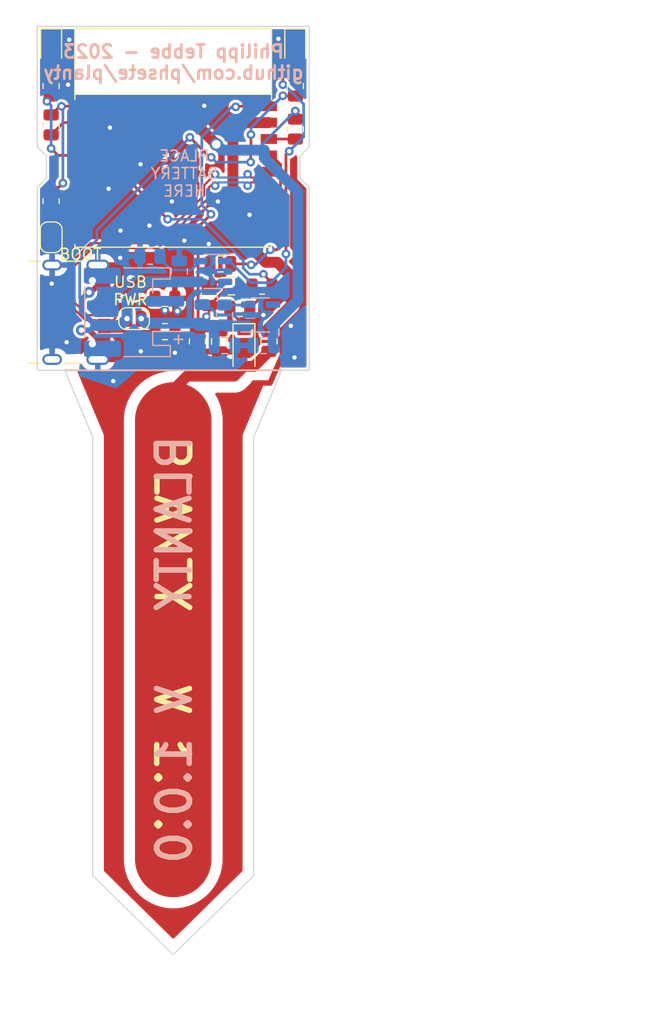
<source format=kicad_pcb>
(kicad_pcb (version 20211014) (generator pcbnew)
  (layers (0 "F.Cu" signal) (31 "B.Cu" signal) (34 "B.Paste" user) (35 "F.Paste" user) (36 "B.SilkS" user "B.Silkscreen") (37 "F.SilkS" user "F.Silkscreen") (38 "B.Mask" user) (39 "F.Mask" user) (44 "Edge.Cuts" user))
  (net 0 "")
  (net 1 "GND")
  (net 2 "+BATT")
  (net 3 "+3V3")
  (net 4 "VBUS")
  (net 5 "/OUT")
  (net 6 "/ADC_EN")
  (net 7 "Net-(C13-Pad2)")
  (net 8 "Net-(D1-Pad1)")
  (net 9 "Net-(D1-Pad2)")
  (net 10 "Net-(D2-Pad2)")
  (net 11 "Net-(J1-PadA5)")
  (net 12 "/D+")
  (net 13 "/D-")
  (net 15 "Net-(J1-PadB5)")
  (net 17 "Net-(JP2-Pad1)")
  (net 18 "Net-(Q1-Pad3)")
  (net 19 "Net-(R3-Pad2)")
  (net 20 "Net-(R4-Pad2)")
  (net 21 "Net-(R8-Pad2)")
  (net 22 "/PULSE")
  (net 23 "/ADC")
  (net 26 "Net-(D3-Pad2)")
  (net 27 "Net-(R14-Pad1)")
  (net 28 "Net-(R6-Pad2)")
  (net 29 "Net-(R7-Pad2)")
  (footprint "Resistor_SMD:R_0805_2012Metric" (layer "F.Cu") (at 114.3 30.226 -90)
    (fp_text reference "R7" hide)
    (fp_text value "10k")
    (pad "1" smd roundrect (at -0.9125 0 270) (size 1.025 1.4) (layers "F.Cu" "F.Paste" "F.Mask") (roundrect_rratio 0.243902439) (net 3 "+3V3"))
    (pad "2" smd roundrect (at 0.9125 0 270) (size 1.025 1.4) (layers "F.Cu" "F.Paste" "F.Mask") (roundrect_rratio 0.243902439) (net 29 "Net-(R7-Pad2)"))
  )
  (footprint "Resistor_SMD:R_0805_2012Metric" (layer "F.Cu") (at 91.948 36.83 -90)
    (fp_text reference "R6" hide)
    (fp_text value "10k")
    (pad "1" smd roundrect (at -0.9125 0 270) (size 1.025 1.4) (layers "F.Cu" "F.Paste" "F.Mask") (roundrect_rratio 0.243902439) (net 3 "+3V3"))
    (pad "2" smd roundrect (at 0.9125 0 270) (size 1.025 1.4) (layers "F.Cu" "F.Paste" "F.Mask") (roundrect_rratio 0.243902439) (net 28 "Net-(R6-Pad2)"))
  )
  (footprint "Resistor_SMD:R_0805_2012Metric" (layer "F.Cu") (at 105.338572 49.658 90)
    (fp_text reference "R13" hide)
    (fp_text value "1M")
    (pad "1" smd roundrect (at -0.9125 0 90) (size 1.025 1.4) (layers "F.Cu" "F.Paste" "F.Mask") (roundrect_rratio 0.243902439) (net 1 "GND"))
    (pad "2" smd roundrect (at 0.9125 0 90) (size 1.025 1.4) (layers "F.Cu" "F.Paste" "F.Mask") (roundrect_rratio 0.243902439) (net 5 "/OUT"))
  )
  (footprint "LED_SMD:LED_0805_2012Metric" (layer "F.Cu") (at 114.299 22.733 -90)
    (fp_text reference "D1" hide)
    (fp_text value "LED")
    (pad "1" smd roundrect (at -0.9375 0 270) (size 0.975 1.4) (layers "F.Cu" "F.Paste" "F.Mask") (net 8 "Net-(D1-Pad1)"))
    (pad "2" smd roundrect (at 0.9375 0 270) (size 0.975 1.4) (layers "F.Cu" "F.Paste" "F.Mask") (net 9 "Net-(D1-Pad2)"))
  )
  (footprint "Diode_SMD:D_SOD-123" (layer "F.Cu") (at 109.601 50.292 -90)
    (fp_text reference "D2" hide)
    (fp_text value "1N4148W")
    (pad "1" smd rect (at -1.65 0 270) (size 0.9 1.2) (layers "F.Cu" "F.Paste" "F.Mask") (net 5 "/OUT"))
    (pad "2" smd rect (at 1.65 0 270) (size 0.9 1.2) (layers "F.Cu" "F.Paste" "F.Mask") (net 10 "Net-(D2-Pad2)"))
  )
  (footprint "Resistor_SMD:R_0805_2012Metric" (layer "F.Cu") (at 109.22 46.6325)
    (fp_text reference "R11" hide)
    (fp_text value "100k")
    (pad "1" smd roundrect (at -0.9125 0) (size 1.025 1.4) (layers "F.Cu" "F.Paste" "F.Mask") (roundrect_rratio 0.243902439) (net 1 "GND"))
    (pad "2" smd roundrect (at 0.9125 0) (size 1.025 1.4) (layers "F.Cu" "F.Paste" "F.Mask") (roundrect_rratio 0.243902439) (net 23 "/ADC"))
  )
  (footprint "Resistor_SMD:R_0805_2012Metric" (layer "F.Cu") (at 111.887 49.657 90)
    (fp_text reference "R9" hide)
    (fp_text value "1k")
    (pad "1" smd roundrect (at -0.9125 0 90) (size 1.025 1.4) (layers "F.Cu" "F.Paste" "F.Mask") (roundrect_rratio 0.243902439) (net 10 "Net-(D2-Pad2)"))
    (pad "2" smd roundrect (at 0.9125 0 90) (size 1.025 1.4) (layers "F.Cu" "F.Paste" "F.Mask") (roundrect_rratio 0.243902439) (net 22 "/PULSE"))
  )
  (footprint "Espressif:ESP32-C3-WROOM-02" (layer "F.Cu") (at 103.124 34.036)
    (fp_text reference "U1" hide)
    (fp_text value "ESP32-C3-WROOM-02" hide)
    (pad "1" smd rect (at -8.75 -5.9) (size 1.5 0.9) (layers "F.Cu" "F.Paste" "F.Mask") (net 3 "+3V3"))
    (pad "2" smd rect (at -8.75 -4.4) (size 1.5 0.9) (layers "F.Cu" "F.Paste" "F.Mask") (net 19 "Net-(R3-Pad2)"))
    (pad "3" smd rect (at -8.75 -2.9) (size 1.5 0.9) (layers "F.Cu" "F.Paste" "F.Mask") (net 23 "/ADC"))
    (pad "4" smd rect (at -8.75 -1.4) (size 1.5 0.9) (layers "F.Cu" "F.Paste" "F.Mask") (net 27 "Net-(R14-Pad1)"))
    (pad "5" smd rect (at -8.75 0.1) (size 1.5 0.9) (layers "F.Cu" "F.Paste" "F.Mask"))
    (pad "6" smd rect (at -8.75 1.6) (size 1.5 0.9) (layers "F.Cu" "F.Paste" "F.Mask"))
    (pad "7" smd rect (at -8.75 3.1) (size 1.5 0.9) (layers "F.Cu" "F.Paste" "F.Mask") (net 28 "Net-(R6-Pad2)"))
    (pad "8" smd rect (at -8.75 4.6) (size 1.5 0.9) (layers "F.Cu" "F.Paste" "F.Mask") (net 17 "Net-(JP2-Pad1)"))
    (pad "9" smd rect (at -8.75 6.1) (size 1.5 0.9) (layers "F.Cu" "F.Paste" "F.Mask") (net 1 "GND"))
    (pad "10" smd rect (at 8.75 6.1 180) (size 1.5 0.9) (layers "F.Cu" "F.Paste" "F.Mask"))
    (pad "11" smd rect (at 8.75 4.6 180) (size 1.5 0.9) (layers "F.Cu" "F.Paste" "F.Mask"))
    (pad "12" smd rect (at 8.75 3.1 180) (size 1.5 0.9) (layers "F.Cu" "F.Paste" "F.Mask"))
    (pad "13" smd rect (at 8.75 1.6 180) (size 1.5 0.9) (layers "F.Cu" "F.Paste" "F.Mask") (net 13 "/D-"))
    (pad "14" smd rect (at 8.75 0.1 180) (size 1.5 0.9) (layers "F.Cu" "F.Paste" "F.Mask") (net 12 "/D+"))
    (pad "15" smd rect (at 8.75 -1.4 180) (size 1.5 0.9) (layers "F.Cu" "F.Paste" "F.Mask") (net 6 "/ADC_EN"))
    (pad "16" smd rect (at 8.75 -2.9 180) (size 1.5 0.9) (layers "F.Cu" "F.Paste" "F.Mask") (net 29 "Net-(R7-Pad2)"))
    (pad "17" smd rect (at 8.75 -4.4 180) (size 1.5 0.9) (layers "F.Cu" "F.Paste" "F.Mask") (net 22 "/PULSE"))
    (pad "18" smd rect (at 8.75 -5.9 180) (size 1.5 0.9) (layers "F.Cu" "F.Paste" "F.Mask") (net 5 "/OUT"))
    (pad "19" smd rect (at 2.06 -0.8 180) (size 0.7 0.7) (layers "F.Cu" "F.Paste" "F.Mask") (net 1 "GND"))
    (pad "19" smd rect (at -0.14 -0.8 180) (size 0.7 0.7) (layers "F.Cu" "F.Paste" "F.Mask") (net 1 "GND"))
    (pad "19" smd rect (at 0.91 0.3 180) (size 0.7 0.7) (layers "F.Cu" "F.Paste" "F.Mask") (net 1 "GND"))
    (pad "19" smd rect (at 0.91 -0.8 180) (size 0.7 0.7) (layers "F.Cu" "F.Paste" "F.Mask") (net 1 "GND"))
    (pad "19" smd rect (at 2.06 1.4 180) (size 0.7 0.7) (layers "F.Cu" "F.Paste" "F.Mask") (net 1 "GND"))
    (pad "19" smd rect (at -0.14 0.3 180) (size 0.7 0.7) (layers "F.Cu" "F.Paste" "F.Mask") (net 1 "GND"))
    (pad "19" smd rect (at 0.91 1.4 180) (size 0.7 0.7) (layers "F.Cu" "F.Paste" "F.Mask") (net 1 "GND"))
    (pad "19" smd rect (at 2.06 0.3 180) (size 0.7 0.7) (layers "F.Cu" "F.Paste" "F.Mask") (net 1 "GND"))
    (pad "19" smd rect (at -0.14 1.4 180) (size 0.7 0.7) (layers "F.Cu" "F.Paste" "F.Mask") (net 1 "GND"))
  )
  (footprint "Resistor_SMD:R_0805_2012Metric" (layer "F.Cu") (at 102.362 48.768 180)
    (fp_text reference "R1" hide)
    (fp_text value "5k1")
    (pad "1" smd roundrect (at -0.9125 0 180) (size 1.025 1.4) (layers "F.Cu" "F.Paste" "F.Mask") (roundrect_rratio 0.243902439) (net 1 "GND"))
    (pad "2" smd roundrect (at 0.9125 0 180) (size 1.025 1.4) (layers "F.Cu" "F.Paste" "F.Mask") (roundrect_rratio 0.243902439) (net 15 "Net-(J1-PadB5)"))
  )
  (footprint "Connector_USB:USB_C_Receptacle_GCT_USB4105-xx-A_16P_TopMnt_Horizontal" (layer "F.Cu") (at 93.1164 46.99 -90)
    (fp_text reference "J1" hide)
    (fp_text value "USB_C_Receptacle_USB2.0")
    (pad "" np_thru_hole circle (at -2.89 -2.605 270) (size 0.65 0.65) (drill 0.65) (layers F&B.Cu *.Mask))
    (pad "" np_thru_hole circle (at 2.89 -2.605 270) (size 0.65 0.65) (drill 0.65) (layers F&B.Cu *.Mask))
    (pad "A1" smd rect (at -3.2 -3.68 270) (size 0.6 1.15) (layers "F.Cu" "F.Paste" "F.Mask") (net 1 "GND"))
    (pad "A4" smd rect (at -2.4 -3.68 270) (size 0.6 1.15) (layers "F.Cu" "F.Paste" "F.Mask") (net 4 "VBUS"))
    (pad "A5" smd rect (at -1.25 -3.68 270) (size 0.3 1.15) (layers "F.Cu" "F.Paste" "F.Mask") (net 11 "Net-(J1-PadA5)"))
    (pad "A6" smd rect (at -0.25 -3.68 270) (size 0.3 1.15) (layers "F.Cu" "F.Paste" "F.Mask") (net 12 "/D+"))
    (pad "A7" smd rect (at 0.25 -3.68 270) (size 0.3 1.15) (layers "F.Cu" "F.Paste" "F.Mask") (net 13 "/D-"))
    (pad "A8" smd rect (at 1.25 -3.68 270) (size 0.3 1.15) (layers "F.Cu" "F.Paste" "F.Mask"))
    (pad "A9" smd rect (at 2.4 -3.68 270) (size 0.6 1.15) (layers "F.Cu" "F.Paste" "F.Mask") (net 4 "VBUS"))
    (pad "A12" smd rect (at 3.2 -3.68 270) (size 0.6 1.15) (layers "F.Cu" "F.Paste" "F.Mask") (net 1 "GND"))
    (pad "B1" smd rect (at 3.2 -3.68 270) (size 0.6 1.15) (layers "F.Cu" "F.Paste" "F.Mask") (net 1 "GND"))
    (pad "B4" smd rect (at 2.4 -3.68 270) (size 0.6 1.15) (layers "F.Cu" "F.Paste" "F.Mask") (net 4 "VBUS"))
    (pad "B5" smd rect (at 1.75 -3.68 270) (size 0.3 1.15) (layers "F.Cu" "F.Paste" "F.Mask") (net 15 "Net-(J1-PadB5)"))
    (pad "B6" smd rect (at 0.75 -3.68 270) (size 0.3 1.15) (layers "F.Cu" "F.Paste" "F.Mask") (net 12 "/D+"))
    (pad "B7" smd rect (at -0.75 -3.68 270) (size 0.3 1.15) (layers "F.Cu" "F.Paste" "F.Mask") (net 13 "/D-"))
    (pad "B8" smd rect (at -1.75 -3.68 270) (size 0.3 1.15) (layers "F.Cu" "F.Paste" "F.Mask"))
    (pad "B9" smd rect (at -2.4 -3.68 270) (size 0.6 1.15) (layers "F.Cu" "F.Paste" "F.Mask") (net 4 "VBUS"))
    (pad "B12" smd rect (at -3.2 -3.68 270) (size 0.6 1.15) (layers "F.Cu" "F.Paste" "F.Mask") (net 1 "GND"))
    (pad "S1" thru_hole oval (at -4.32 1.075 270) (size 1 1.8) (drill oval 0.6 1.4) (layers *.Cu *.Mask) (net 1 "GND"))
    (pad "S1" thru_hole oval (at 4.32 -3.105 270) (size 1 2.1) (drill oval 0.6 1.7) (layers *.Cu *.Mask) (net 1 "GND"))
    (pad "S1" thru_hole oval (at 4.32 1.075 270) (size 1 1.8) (drill oval 0.6 1.4) (layers *.Cu *.Mask) (net 1 "GND"))
    (pad "S1" thru_hole oval (at -4.32 -3.105 270) (size 1 2.1) (drill oval 0.6 1.7) (layers *.Cu *.Mask) (net 1 "GND"))
  )
  (footprint "Capacitor_SMD:C_0805_2012Metric" (layer "F.Cu") (at 107.442 42.5685 180)
    (fp_text reference "C13" hide)
    (fp_text value "100n")
    (pad "1" smd roundrect (at -0.95 0 180) (size 1 1.45) (layers "F.Cu" "F.Paste" "F.Mask") (net 6 "/ADC_EN"))
    (pad "2" smd roundrect (at 0.95 0 180) (size 1 1.45) (layers "F.Cu" "F.Paste" "F.Mask") (net 7 "Net-(C13-Pad2)"))
  )
  (footprint "Resistor_SMD:R_0805_2012Metric" (layer "F.Cu") (at 91.948 29.845 -90)
    (fp_text reference "R3" hide)
    (fp_text value "10k")
    (pad "1" smd roundrect (at -0.9125 0 270) (size 1.025 1.4) (layers "F.Cu" "F.Paste" "F.Mask") (roundrect_rratio 0.243902439) (net 3 "+3V3"))
    (pad "2" smd roundrect (at 0.9125 0 270) (size 1.025 1.4) (layers "F.Cu" "F.Paste" "F.Mask") (roundrect_rratio 0.243902439) (net 19 "Net-(R3-Pad2)"))
  )
  (footprint "Resistor_SMD:R_0805_2012Metric" (layer "F.Cu") (at 102.362 45.72 180)
    (fp_text reference "R2" hide)
    (fp_text value "5k1")
    (pad "1" smd roundrect (at -0.9125 0 180) (size 1.025 1.4) (layers "F.Cu" "F.Paste" "F.Mask") (roundrect_rratio 0.243902439) (net 1 "GND"))
    (pad "2" smd roundrect (at 0.9125 0 180) (size 1.025 1.4) (layers "F.Cu" "F.Paste" "F.Mask") (roundrect_rratio 0.243902439) (net 11 "Net-(J1-PadA5)"))
  )
  (footprint "Capacitor_SMD:C_0805_2012Metric" (layer "F.Cu") (at 107.370572 49.658 90)
    (fp_text reference "C11" hide)
    (fp_text value "1u")
    (pad "1" smd roundrect (at -0.95 0 90) (size 1 1.45) (layers "F.Cu" "F.Paste" "F.Mask") (net 1 "GND"))
    (pad "2" smd roundrect (at 0.95 0 90) (size 1 1.45) (layers "F.Cu" "F.Paste" "F.Mask") (net 5 "/OUT"))
  )
  (footprint "Resistor_SMD:R_0805_2012Metric" (layer "F.Cu") (at 106.426 45.466 -90)
    (fp_text reference "R12" hide)
    (fp_text value "1M")
    (pad "1" smd roundrect (at -0.9125 0 270) (size 1.025 1.4) (layers "F.Cu" "F.Paste" "F.Mask") (roundrect_rratio 0.243902439) (net 7 "Net-(C13-Pad2)"))
    (pad "2" smd roundrect (at 0.9125 0 270) (size 1.025 1.4) (layers "F.Cu" "F.Paste" "F.Mask") (roundrect_rratio 0.243902439) (net 2 "+BATT"))
  )
  (footprint "Resistor_SMD:R_0805_2012Metric" (layer "F.Cu") (at 114.299 26.289 90)
    (fp_text reference "R5" hide)
    (fp_text value "1k")
    (pad "1" smd roundrect (at -0.9125 0 90) (size 1.025 1.4) (layers "F.Cu" "F.Paste" "F.Mask") (roundrect_rratio 0.243902439) (net 4 "VBUS"))
    (pad "2" smd roundrect (at 0.9125 0 90) (size 1.025 1.4) (layers "F.Cu" "F.Paste" "F.Mask") (roundrect_rratio 0.243902439) (net 9 "Net-(D1-Pad2)"))
  )
  (footprint "Resistor_SMD:R_0805_2012Metric" (layer "F.Cu") (at 91.948 26.289 90)
    (fp_text reference "R14" hide)
    (fp_text value "1k")
    (pad "1" smd roundrect (at -0.9125 0 90) (size 1.025 1.4) (layers "F.Cu" "F.Paste" "F.Mask") (roundrect_rratio 0.243902439) (net 27 "Net-(R14-Pad1)"))
    (pad "2" smd roundrect (at 0.9125 0 90) (size 1.025 1.4) (layers "F.Cu" "F.Paste" "F.Mask") (roundrect_rratio 0.243902439) (net 26 "Net-(D3-Pad2)"))
  )
  (footprint "Jumper:SolderJumper-2_P1.3mm_Open_RoundedPad1.0x1.5mm" (layer "F.Cu") (at 91.948 40.132 -90)
    (fp_text reference "JP2" hide)
    (fp_text value "Jumper_2_Open")
    (pad "1" smd custom (at -0.65 0 270) (size 1 0.5) (layers "F.Cu" "F.Mask") (net 17 "Net-(JP2-Pad1)") (options (clearance outline) (anchor rect)) (primitives (gr_circle (center 0 0.25) (end 0.5 0.25) (width 0) (fill yes)) (gr_circle (center 0 -0.25) (end 0.5 -0.25) (width 0) (fill yes)) (gr_poly (pts (xy 0.5 0.75) (xy 0 0.75) (xy 0 -0.75) (xy 0.5 -0.75)) (width 0) (fill yes))))
    (pad "2" smd custom (at 0.65 0 270) (size 1 0.5) (layers "F.Cu" "F.Mask") (net 1 "GND") (options (clearance outline) (anchor rect)) (primitives (gr_circle (center 0 0.25) (end 0.5 0.25) (width 0) (fill yes)) (gr_circle (center 0 -0.25) (end 0.5 -0.25) (width 0) (fill yes)) (gr_poly (pts (xy 0 0.75) (xy -0.5 0.75) (xy -0.5 -0.75) (xy 0 -0.75)) (width 0) (fill yes))))
  )
  (footprint "Jumper:SolderJumper-2_P1.3mm_Open_RoundedPad1.0x1.5mm" (layer "F.Cu") (at 99.5426 47.5742 180)
    (fp_text reference "JP1" hide)
    (fp_text value "Jumper_2_Open")
    (pad "1" smd custom (at -0.65 0 180) (size 1 0.5) (layers "F.Cu" "F.Mask") (net 2 "+BATT") (options (clearance outline) (anchor rect)) (primitives (gr_circle (center 0 0.25) (end 0.5 0.25) (width 0) (fill yes)) (gr_circle (center 0 -0.25) (end 0.5 -0.25) (width 0) (fill yes)) (gr_poly (pts (xy 0.5 0.75) (xy 0 0.75) (xy 0 -0.75) (xy 0.5 -0.75)) (width 0) (fill yes))))
    (pad "2" smd custom (at 0.65 0 180) (size 1 0.5) (layers "F.Cu" "F.Mask") (net 4 "VBUS") (options (clearance outline) (anchor rect)) (primitives (gr_circle (center 0 0.25) (end 0.5 0.25) (width 0) (fill yes)) (gr_circle (center 0 -0.25) (end 0.5 -0.25) (width 0) (fill yes)) (gr_poly (pts (xy 0 0.75) (xy -0.5 0.75) (xy -0.5 -0.75) (xy 0 -0.75)) (width 0) (fill yes))))
  )
  (footprint "LED_SMD:LED_0805_2012Metric" (layer "F.Cu") (at 91.948 22.733 -90)
    (fp_text reference "D3" hide)
    (fp_text value "LED")
    (pad "1" smd roundrect (at -0.9375 0 270) (size 0.975 1.4) (layers "F.Cu" "F.Paste" "F.Mask") (net 1 "GND"))
    (pad "2" smd roundrect (at 0.9375 0 270) (size 0.975 1.4) (layers "F.Cu" "F.Paste" "F.Mask") (net 26 "Net-(D3-Pad2)"))
  )
  (footprint "Package_TO_SOT_SMD:SOT-723" (layer "F.Cu") (at 108.458 44.6005)
    (fp_text reference "Q1" hide)
    (fp_text value "WPM2031")
    (pad "1" smd rect (at -0.575 -0.4) (size 0.45 0.4) (layers "F.Cu" "F.Paste" "F.Mask") (net 7 "Net-(C13-Pad2)"))
    (pad "2" smd rect (at -0.575 0.4) (size 0.45 0.4) (layers "F.Cu" "F.Paste" "F.Mask") (net 2 "+BATT"))
    (pad "3" smd rect (at 0.575 0) (size 0.45 0.5) (layers "F.Cu" "F.Paste" "F.Mask") (net 18 "Net-(Q1-Pad3)"))
  )
  (footprint "Resistor_SMD:R_0805_2012Metric" (layer "F.Cu") (at 111.252 44.6005 180)
    (fp_text reference "R10" hide)
    (fp_text value "100k")
    (pad "1" smd roundrect (at -0.9125 0 180) (size 1.025 1.4) (layers "F.Cu" "F.Paste" "F.Mask") (roundrect_rratio 0.243902439) (net 23 "/ADC"))
    (pad "2" smd roundrect (at 0.9125 0 180) (size 1.025 1.4) (layers "F.Cu" "F.Paste" "F.Mask") (roundrect_rratio 0.243902439) (net 18 "Net-(Q1-Pad3)"))
  )
  (footprint "Package_TO_SOT_SMD:SOT-23-5" (layer "B.Cu") (at 111.125 47.244)
    (fp_text reference "U3" hide)
    (fp_text value "MIC5504-3.3YM5")
    (pad "1" smd roundrect (at -1.1375 0.95) (size 1.325 0.6) (layers "B.Cu" "B.Paste" "B.Mask") (net 2 "+BATT"))
    (pad "2" smd roundrect (at -1.1375 0) (size 1.325 0.6) (layers "B.Cu" "B.Paste" "B.Mask") (net 1 "GND"))
    (pad "3" smd roundrect (at -1.1375 -0.95) (size 1.325 0.6) (layers "B.Cu" "B.Paste" "B.Mask") (net 21 "Net-(R8-Pad2)"))
    (pad "4" smd roundrect (at 1.1375 -0.95) (size 1.325 0.6) (layers "B.Cu" "B.Paste" "B.Mask"))
    (pad "5" smd roundrect (at 1.1375 0.95) (size 1.325 0.6) (layers "B.Cu" "B.Paste" "B.Mask") (net 3 "+3V3"))
  )
  (footprint "Capacitor_SMD:C_0805_2012Metric" (layer "B.Cu") (at 111.379 50.038)
    (fp_text reference "C12" hide)
    (fp_text value "1u")
    (pad "1" smd roundrect (at -0.95 0) (size 1 1.45) (layers "B.Cu" "B.Paste" "B.Mask") (net 1 "GND"))
    (pad "2" smd roundrect (at 0.95 0) (size 1 1.45) (layers "B.Cu" "B.Paste" "B.Mask") (net 3 "+3V3"))
  )
  (footprint "Capacitor_SMD:C_0805_2012Metric" (layer "B.Cu") (at 107.823 50.038 180)
    (fp_text reference "C10" hide)
    (fp_text value "1u")
    (pad "1" smd roundrect (at -0.95 0 180) (size 1 1.45) (layers "B.Cu" "B.Paste" "B.Mask") (net 1 "GND"))
    (pad "2" smd roundrect (at 0.95 0 180) (size 1 1.45) (layers "B.Cu" "B.Paste" "B.Mask") (net 2 "+BATT"))
  )
  (footprint "Capacitor_SMD:C_0805_2012Metric" (layer "B.Cu") (at 105.791 47.244 -90)
    (fp_text reference "C9" hide)
    (fp_text value "1u")
    (pad "1" smd roundrect (at -0.95 0 270) (size 1 1.45) (layers "B.Cu" "B.Paste" "B.Mask") (net 1 "GND"))
    (pad "2" smd roundrect (at 0.95 0 270) (size 1 1.45) (layers "B.Cu" "B.Paste" "B.Mask") (net 2 "+BATT"))
  )
  (footprint "Package_TO_SOT_SMD:SOT-23-5" (layer "B.Cu") (at 106.7308 43.2562 180)
    (fp_text reference "U2" hide)
    (fp_text value "MCP73831-2-OT")
    (pad "1" smd roundrect (at -1.1375 0.95 180) (size 1.325 0.6) (layers "B.Cu" "B.Paste" "B.Mask") (net 8 "Net-(D1-Pad1)"))
    (pad "2" smd roundrect (at -1.1375 0 180) (size 1.325 0.6) (layers "B.Cu" "B.Paste" "B.Mask") (net 1 "GND"))
    (pad "3" smd roundrect (at -1.1375 -0.95 180) (size 1.325 0.6) (layers "B.Cu" "B.Paste" "B.Mask") (net 2 "+BATT"))
    (pad "4" smd roundrect (at 1.1375 -0.95 180) (size 1.325 0.6) (layers "B.Cu" "B.Paste" "B.Mask") (net 4 "VBUS"))
    (pad "5" smd roundrect (at 1.1375 0.95 180) (size 1.325 0.6) (layers "B.Cu" "B.Paste" "B.Mask") (net 20 "Net-(R4-Pad2)"))
  )
  (footprint "Connector_JST:JST_PH_S2B-PH-SM4-TB_1x02-1MP_P2.00mm_Horizontal" (layer "B.Cu") (at 99.5426 46.99 90)
    (fp_text reference "BT1" hide)
    (fp_text value "Battery")
    (pad "1" smd roundrect (at -1 2.85 90) (size 1 3.5) (layers "B.Cu" "B.Paste" "B.Mask") (net 2 "+BATT"))
    (pad "2" smd roundrect (at 1 2.85 90) (size 1 3.5) (layers "B.Cu" "B.Paste" "B.Mask") (net 1 "GND"))
    (pad "MP" smd roundrect (at 3.35 -2.9 90) (size 1.5 3.4) (layers "B.Cu" "B.Paste" "B.Mask") (roundrect_rratio 0.1666673333))
    (pad "MP" smd roundrect (at -3.35 -2.9 90) (size 1.5 3.4) (layers "B.Cu" "B.Paste" "B.Mask") (roundrect_rratio 0.1666673333))
  )
  (footprint "Capacitor_SMD:C_0805_2012Metric" (layer "B.Cu") (at 103.6828 43.2562 -90)
    (fp_text reference "C8" hide)
    (fp_text value "10u")
    (pad "1" smd roundrect (at -0.95 0 270) (size 1 1.45) (layers "B.Cu" "B.Paste" "B.Mask") (net 1 "GND"))
    (pad "2" smd roundrect (at 0.95 0 270) (size 1 1.45) (layers "B.Cu" "B.Paste" "B.Mask") (net 4 "VBUS"))
  )
  (footprint "Resistor_SMD:R_0805_2012Metric" (layer "B.Cu") (at 100.9904 41.8592)
    (fp_text reference "R4" hide)
    (fp_text value "10k")
    (pad "1" smd roundrect (at -0.9125 0) (size 1.025 1.4) (layers "B.Cu" "B.Paste" "B.Mask") (roundrect_rratio 0.243902439) (net 1 "GND"))
    (pad "2" smd roundrect (at 0.9125 0) (size 1.025 1.4) (layers "B.Cu" "B.Paste" "B.Mask") (roundrect_rratio 0.243902439) (net 20 "Net-(R4-Pad2)"))
  )
  (footprint "Resistor_SMD:R_0805_2012Metric" (layer "B.Cu") (at 107.823 47.244 90)
    (fp_text reference "R8" hide)
    (fp_text value "10k")
    (pad "1" smd roundrect (at -0.9125 0 90) (size 1.025 1.4) (layers "B.Cu" "B.Paste" "B.Mask") (roundrect_rratio 0.243902439) (net 2 "+BATT"))
    (pad "2" smd roundrect (at 0.9125 0 90) (size 1.025 1.4) (layers "B.Cu" "B.Paste" "B.Mask") (roundrect_rratio 0.243902439) (net 21 "Net-(R8-Pad2)"))
  )
  (gr_line (start 93.1926 52.2986) (end 113.0808 52.2986) (layer "B.SilkS") (width 0.15))
  (gr_line (start 113.0808 52.2986) (end 93.1926 52.2986) (layer "F.SilkS") (width 0.15))
  (gr_line (start 95.758 98.552) (end 95.758 58.42) (layer "Edge.Cuts") (width 0.1))
  (gr_line (start 110.49 58.42) (end 110.49 98.552) (layer "Edge.Cuts") (width 0.1))
  (gr_line (start 114.7318 34.7218) (end 114.7318 32.6898) (layer "Edge.Cuts") (width 0.1))
  (gr_line (start 91.5162 32.6898) (end 91.5162 34.7218) (layer "Edge.Cuts") (width 0.1))
  (gr_line (start 114.7318 32.6898) (end 115.57 31.8516) (layer "Edge.Cuts") (width 0.1))
  (gr_line (start 115.57 35.56) (end 115.57 52.2986) (layer "Edge.Cuts") (width 0.1))
  (gr_line (start 115.57 52.2986) (end 113.0554 52.2986) (layer "Edge.Cuts") (width 0.1))
  (gr_line (start 115.57 35.56) (end 114.7318 34.7218) (layer "Edge.Cuts") (width 0.1))
  (gr_line (start 93.1926 52.2986) (end 90.678 52.2986) (layer "Edge.Cuts") (width 0.1))
  (gr_line (start 103.124 105.791) (end 95.758 98.552) (layer "Edge.Cuts") (width 0.1))
  (gr_line (start 113.0554 52.2986) (end 110.49 58.42) (layer "Edge.Cuts") (width 0.1))
  (gr_line (start 103.124 20.828) (end 115.57 20.828) (layer "Edge.Cuts") (width 0.1))
  (gr_line (start 110.49 98.552) (end 103.124 105.791) (layer "Edge.Cuts") (width 0.1))
  (gr_line (start 95.758 58.42) (end 93.1926 52.2986) (layer "Edge.Cuts") (width 0.1))
  (gr_line (start 91.5162 34.7218) (end 90.678 35.56) (layer "Edge.Cuts") (width 0.1))
  (gr_line (start 90.678 20.828) (end 103.124 20.828) (layer "Edge.Cuts") (width 0.1))
  (gr_line (start 115.57 20.828) (end 115.57 31.8516) (layer "Edge.Cuts") (width 0.1))
  (gr_line (start 90.678 31.8516) (end 90.678 20.828) (layer "Edge.Cuts") (width 0.1))
  (gr_line (start 90.678 52.2986) (end 90.678 35.56) (layer "Edge.Cuts") (width 0.1))
  (gr_line (start 90.678 31.8516) (end 91.5162 32.6898) (layer "Edge.Cuts") (width 0.1))
  (gr_text "PLANTY" (at 103.2002 66.294 90) (layer "B.SilkS") (effects (font (size 3 3) (thickness 0.5)) (justify mirror)))
  (gr_text "+" (at 103.6066 49.403) (layer "B.SilkS") (effects (font (size 1 1)) (justify mirror)))
  (gr_text "PLACE\nBATTERY\nHERE" (at 104.14 34.29) (layer "B.SilkS") (effects (font (size 1 1)) (justify mirror)))
  (gr_text "Philipp Tebbe - 2023\ngithub.com/phsete/planty" (at 103.1494 24.1046) (layer "B.SilkS") (effects (font (size 1.2 1.2) (thickness 0.25)) (justify mirror)))
  (gr_text "V 1.0.0" (at 103.2256 89.281 90) (layer "B.SilkS") (effects (font (size 3 3) (thickness 0.5)) (justify mirror)))
  (gr_text "PLANTY" (at 102.997 66.294 -90) (layer "F.SilkS") (effects (font (size 3 3) (thickness 0.5))))
  (gr_text "BOOT" (at 94.6404 41.6814) (layer "F.SilkS") (effects (font (size 1 1))))
  (gr_text "V 1.0.0" (at 102.9716 89.281 -90) (layer "F.SilkS") (effects (font (size 3 3) (thickness 0.5))))
  (gr_text "USB\nPWR" (at 99.2124 45.0342) (layer "F.SilkS") (effects (font (size 1 1))))
  (segment (start 113.8936 48.2346) (end 113.8936 49.1236) (width 0.5) (layer "F.Cu") (net 1))
  (segment (start 110.8202 47.8028) (end 109.22 47.8028) (width 0.25) (layer "F.Cu") (net 1))
  (segment (start 111.379 47.244) (end 110.8202 47.8028) (width 0.25) (layer "F.Cu") (net 1))
  (segment (start 103.2745 48.5121) (end 102.108 47.3456) (width 0.25) (layer "F.Cu") (net 1))
  (segment (start 111.9886 53.467) (end 110.49 53.467) (width 0.5) (layer "F.Cu") (net 1))
  (segment (start 103.2745 48.768) (end 103.2745 48.5121) (width 0.25) (layer "F.Cu") (net 1))
  (segment (start 109.22 47.8028) (end 108.3075 46.8903) (width 0.25) (layer "F.Cu") (net 1))
  (segment (start 113.8936 49.1236) (end 111.9886 53.467) (width 0.5) (layer "F.Cu") (net 1))
  (segment (start 108.3075 46.8903) (end 108.3075 46.6325) (width 0.25) (layer "F.Cu") (net 1))
  (via (at 97.3328 30.099) (size 0.8) (drill 0.4) (layers "F.Cu" "B.Cu") (net 1))
  (via (at 104.14 40.4368) (size 0.8) (drill 0.4) (layers "F.Cu" "B.Cu") (net 1))
  (via (at 112.7506 21.971) (size 0.8) (drill 0.4) (layers "F.Cu" "B.Cu") (net 1))
  (via (at 99.1616 43.7896) (size 0.8) (drill 0.4) (layers "F.Cu" "B.Cu") (net 1))
  (via (at 113.8936 48.2346) (size 0.8) (drill 0.4) (layers "F.Cu" "B.Cu") (net 1))
  (via (at 102.362 46.8122) (size 0.8) (drill 0.4) (layers "F.Cu" "B.Cu") (net 1))
  (via (at 102.997 36.8554) (size 0.8) (drill 0.4) (layers "F.Cu" "B.Cu") (net 1))
  (via (at 93.3704 49.7332) (size 0.8) (drill 0.4) (layers "F.Cu" "B.Cu") (net 1))
  (via (at 97.2058 35.687) (size 0.8) (drill 0.4) (layers "F.Cu" "B.Cu") (net 1))
  (via (at 103.505 46.8884) (size 0.8) (drill 0.4) (layers "F.Cu" "B.Cu") (net 1))
  (via (at 93.4974 26.162) (size 0.8) (drill 0.4) (layers "F.Cu" "B.Cu") (net 1))
  (via (at 98.2726 42.0116) (size 0.8) (drill 0.4) (layers "F.Cu" "B.Cu") (net 1))
  (via (at 110.109 38.0746) (size 0.8) (drill 0.4) (layers "F.Cu" "B.Cu") (net 1))
  (via (at 98.298 39.5224) (size 0.8) (drill 0.4) (layers "F.Cu" "B.Cu") (net 1))
  (via (at 91.9988 44.3738) (size 0.8) (drill 0.4) (layers "F.Cu" "B.Cu") (net 1))
  (via (at 100.1268 33.4518) (size 0.8) (drill 0.4) (layers "F.Cu" "B.Cu") (net 1))
  (via (at 105.9688 28.0924) (size 0.8) (drill 0.4) (layers "F.Cu" "B.Cu") (net 1))
  (via (at 107.2134 36.8554) (size 0.8) (drill 0.4) (layers "F.Cu" "B.Cu") (net 1))
  (via (at 93.599 22.0472) (size 0.8) (drill 0.4) (layers "F.Cu" "B.Cu") (net 1))
  (via (at 111.379 47.244) (size 0.8) (drill 0.4) (layers "F.Cu" "B.Cu") (net 1))
  (via (at 100.1522 50.5714) (size 0.8) (drill 0.4) (layers "F.Cu" "B.Cu") (net 1))
  (via (at 114.2238 51.1302) (size 0.8) (drill 0.4) (layers "F.Cu" "B.Cu") (net 1))
  (via (at 100.9396 39.0652) (size 0.8) (drill 0.4) (layers "F.Cu" "B.Cu") (net 1))
  (via (at 106.3752 40.7416) (size 0.8) (drill 0.4) (layers "F.Cu" "B.Cu") (net 1))
  (via (at 103.2764 50.6984) (size 0.8) (drill 0.4) (layers "F.Cu" "B.Cu") (net 1))
  (via (at 97.6376 53.2892) (size 0.8) (drill 0.4) (layers "F.Cu" "B.Cu") (net 1))
  (segment (start 105.791 46.294) (end 106.238 46.294) (width 0.25) (layer "B.Cu") (net 1))
  (segment (start 106.238 46.294) (end 107.188 47.244) (width 0.25) (layer "B.Cu") (net 1))
  (segment (start 106.426 46.3785) (end 106.426 47.1395) (width 0.25) (layer "F.Cu") (net 2))
  (segment (start 106.426 47.1395) (end 106.172 47.3935) (width 0.25) (layer "F.Cu") (net 2))
  (segment (start 107.883 45.0005) (end 107.804 45.0005) (width 0.25) (layer "F.Cu") (net 2))
  (segment (start 107.804 45.0005) (end 106.426 46.3785) (width 0.25) (layer "F.Cu") (net 2))
  (via (at 106.172 47.3935) (size 0.8) (drill 0.4) (layers "F.Cu" "B.Cu") (net 2))
  (via (at 100.1926 47.5742) (size 1) (drill 0.5) (layers "F.Cu" "B.Cu") (net 2))
  (segment (start 104.5624 47.99) (end 105.587 47.99) (width 1) (layer "B.Cu") (net 2))
  (segment (start 106.172 47.3935) (end 106.172 47.813) (width 0.25) (layer "B.Cu") (net 2))
  (segment (start 107.823 48.1565) (end 107.9105 48.244) (width 1) (layer "B.Cu") (net 2))
  (segment (start 104.5926 45.777451) (end 104.5926 47.9598) (width 0.5) (layer "B.Cu") (net 2))
  (segment (start 105.587 47.99) (end 105.791 48.194) (width 1) (layer "B.Cu") (net 2))
  (segment (start 106.9183 45.1562) (end 105.213851 45.1562) (width 0.5) (layer "B.Cu") (net 2))
  (segment (start 106.873 48.575) (end 106.492 48.194) (width 1) (layer "B.Cu") (net 2))
  (segment (start 105.213851 45.1562) (end 104.5926 45.777451) (width 0.5) (layer "B.Cu") (net 2))
  (segment (start 102.4688 47.99) (end 100.6084 47.99) (width 1) (layer "B.Cu") (net 2))
  (segment (start 106.873 50.038) (end 106.873 48.575) (width 1) (layer "B.Cu") (net 2))
  (segment (start 107.9105 48.244) (end 109.9875 48.244) (width 1) (layer "B.Cu") (net 2))
  (segment (start 107.8683 44.2062) (end 106.9183 45.1562) (width 0.5) (layer "B.Cu") (net 2))
  (segment (start 106.492 48.194) (end 107.7855 48.194) (width 1) (layer "B.Cu") (net 2))
  (segment (start 100.6084 47.99) (end 100.1926 47.5742) (width 1) (layer "B.Cu") (net 2))
  (segment (start 104.5926 47.9598) (end 104.5624 47.99) (width 0.5) (layer "B.Cu") (net 2))
  (segment (start 105.791 48.194) (end 106.492 48.194) (width 1) (layer "B.Cu") (net 2))
  (segment (start 102.4688 47.99) (end 104.5624 47.99) (width 1) (layer "B.Cu") (net 2))
  (segment (start 107.7855 48.194) (end 107.823 48.1565) (width 1) (layer "B.Cu") (net 2))
  (segment (start 114.3 28.575) (end 114.3 29.3135) (width 0.25) (layer "F.Cu") (net 3))
  (segment (start 94.374 28.136) (end 92.7445 28.136) (width 0.25) (layer "F.Cu") (net 3))
  (segment (start 107.061 31.623) (end 103.574 28.136) (width 1) (layer "F.Cu") (net 3))
  (segment (start 91.948 35.9175) (end 92.285177 35.9175) (width 0.25) (layer "F.Cu") (net 3))
  (segment (start 103.574 28.136) (end 94.374 28.136) (width 1) (layer "F.Cu") (net 3))
  (segment (start 92.285177 35.9175) (end 93.02455 35.178127) (width 0.25) (layer "F.Cu") (net 3))
  (segment (start 92.7445 28.136) (end 91.948 28.9325) (width 0.25) (layer "F.Cu") (net 3))
  (via (at 114.3 28.575) (size 0.8) (drill 0.4) (layers "F.Cu" "B.Cu") (net 3))
  (via (at 92.903136 28.147) (size 0.8) (drill 0.4) (layers "F.Cu" "B.Cu") (net 3))
  (via (at 93.02455 35.178127) (size 0.8) (drill 0.4) (layers "F.Cu" "B.Cu") (net 3))
  (via (at 107.061 31.623) (size 1.2) (drill 0.8) (layers "F.Cu" "B.Cu") (net 3))
  (segment (start 112.2625 48.194) (end 112.2625 48.1639) (width 1) (layer "B.Cu") (net 3))
  (segment (start 93.02455 28.268414) (end 92.903136 28.147) (width 0.25) (layer "B.Cu") (net 3))
  (segment (start 111.4552 32.1564) (end 107.626035 32.1564) (width 1) (layer "B.Cu") (net 3))
  (segment (start 114.53964 45.88676) (end 114.53964 35.95204) (width 1) (layer "B.Cu") (net 3))
  (segment (start 112.2625 48.194) (end 112.2625 49.9715) (width 1) (layer "B.Cu") (net 3))
  (segment (start 114.53964 35.95204) (end 111.4552 32.8676) (width 1) (layer "B.Cu") (net 3))
  (segment (start 111.252 31.9532) (end 111.4552 32.1564) (width 0.25) (layer "B.Cu") (net 3))
  (segment (start 93.02455 35.178127) (end 93.02455 28.268414) (width 0.25) (layer "B.Cu") (net 3))
  (segment (start 112.2625 48.1639) (end 114.53964 45.88676) (width 1) (layer "B.Cu") (net 3))
  (segment (start 112.2625 49.9715) (end 112.329 50.038) (width 1) (layer "B.Cu") (net 3))
  (segment (start 107.626035 32.1564) (end 107.076817 31.607182) (width 1) (layer "B.Cu") (net 3))
  (segment (start 111.4552 32.8676) (end 111.4552 32.1564) (width 1) (layer "B.Cu") (net 3))
  (segment (start 111.252 31.623) (end 111.252 31.9532) (width 0.25) (layer "B.Cu") (net 3))
  (segment (start 114.3 28.575) (end 111.252 31.623) (width 0.25) (layer "B.Cu") (net 3))
  (segment (start 95.424551 48.6286) (end 94.7196 48.6286) (width 0.5) (layer "F.Cu") (net 4))
  (segment (start 110.236 30.7355) (end 110.236 32.512) (width 0.25) (layer "F.Cu") (net 4))
  (segment (start 96.173551 44.5776) (end 95.581393 45.169758) (width 0.5) (layer "F.Cu") (net 4))
  (segment (start 110.2106 32.5374) (end 110.236 32.512) (width 0.25) (layer "F.Cu") (net 4))
  (segment (start 110.2106 33.2559) (end 110.2106 32.5374) (width 0.25) (layer "F.Cu") (net 4))
  (segment (start 96.173551 49.3776) (end 95.424551 48.6286) (width 0.5) (layer "F.Cu") (net 4))
  (segment (start 96.7486 49.3776) (end 96.173551 49.3776) (width 0.5) (layer "F.Cu") (net 4))
  (segment (start 106.4768 32.8168) (end 106.6038 32.8168) (width 0.25) (layer "F.Cu") (net 4))
  (segment (start 104.648 30.988) (end 106.4768 32.8168) (width 0.25) (layer "F.Cu") (net 4))
  (segment (start 114.299 27.2015) (end 113.1805 27.2015) (width 0.25) (layer "F.Cu") (net 4))
  (segment (start 113.1805 27.2015) (end 113.157 27.178) (width 0.25) (layer "F.Cu") (net 4))
  (segment (start 96.7486 44.5776) (end 96.173551 44.5776) (width 0.5) (layer "F.Cu") (net 4))
  (via (at 110.2106 33.2559) (size 0.8) (drill 0.4) (layers "F.Cu" "B.Cu") (net 4))
  (via (at 104.648 30.988) (size 0.8) (drill 0.4) (layers "F.Cu" "B.Cu") (net 4))
  (via (at 113.157 27.178) (size 0.8) (drill 0.4) (layers "F.Cu" "B.Cu") (net 4))
  (via (at 94.7196 48.6286) (size 1) (drill 0.5) (layers "F.Cu" "B.Cu") (net 4))
  (via (at 110.236 30.7355) (size 0.8) (drill 0.4) (layers "F.Cu" "B.Cu") (net 4))
  (via (at 98.8926 47.5742) (size 1) (drill 0.5) (layers "F.Cu" "B.Cu") (net 4))
  (via (at 95.419141 45.169758) (size 1) (drill 0.5) (layers "F.Cu" "B.Cu") (net 4))
  (via (at 106.6038 32.8168) (size 0.8) (drill 0.4) (layers "F.Cu" "B.Cu") (net 4))
  (segment (start 94.5642 45.6792) (end 94.7196 45.8346) (width 0.25) (layer "B.Cu") (net 4))
  (segment (start 106.6038 32.8168) (end 107.0429 33.2559) (width 0.25) (layer "B.Cu") (net 4))
  (segment (start 105.5933 44.2062) (end 103.6828 44.2062) (width 1) (layer "B.Cu") (net 4))
  (segment (start 96.033435 48.194) (end 98.2728 48.194) (width 1) (layer "B.Cu") (net 4))
  (segment (start 95.384442 45.169758) (end 94.7196 45.8346) (width 0.5) (layer "B.Cu") (net 4))
  (segment (start 94.7196 45.8346) (end 94.7196 46.9116) (width 0.5) (layer "B.Cu") (net 4))
  (segment (start 96.139 39.497) (end 96.139 40.3606) (width 0.25) (layer "B.Cu") (net 4))
  (segment (start 98.2728 48.194) (end 98.8926 47.5742) (width 1) (layer "B.Cu") (net 4))
  (segment (start 94.7196 48.6286) (end 95.5426 48.6286) (width 0.5) (layer "B.Cu") (net 4))
  (segment (start 96.139 40.3606) (end 94.5642 41.9354) (width 0.25) (layer "B.Cu") (net 4))
  (segment (start 96.033435 48.194) (end 96.017717 48.209718) (width 1) (layer "B.Cu") (net 4))
  (segment (start 94.5642 41.9354) (end 94.5642 45.6792) (width 0.25) (layer "B.Cu") (net 4))
  (segment (start 98.8926 47.5742) (end 98.8926 45.9382) (width 1) (layer "B.Cu") (net 4))
  (segment (start 104.648 30.988) (end 96.139 39.497) (width 0.25) (layer "B.Cu") (net 4))
  (segment (start 107.0429 33.2559) (end 110.2106 33.2559) (width 0.25) (layer "B.Cu") (net 4))
  (segment (start 98.8926 45.9382) (end 100.6246 44.2062) (width 1) (layer "B.Cu") (net 4))
  (segment (start 110.236 30.099) (end 110.236 30.7355) (width 0.25) (layer "B.Cu") (net 4))
  (segment (start 94.7196 46.9116) (end 95.9896 48.1816) (width 0.5) (layer "B.Cu") (net 4))
  (segment (start 95.5426 48.6286) (end 95.9896 48.1816) (width 0.5) (layer "B.Cu") (net 4))
  (segment (start 113.157 27.178) (end 110.236 30.099) (width 0.25) (layer "B.Cu") (net 4))
  (segment (start 100.6246 44.2062) (end 103.6828 44.2062) (width 1) (layer "B.Cu") (net 4))
  (segment (start 111.874 28.136) (end 108.897 28.136) (width 0.25) (layer "F.Cu") (net 5))
  (segment (start 105.401 41.901) (end 105.401 48.683072) (width 0.25) (layer "F.Cu") (net 5))
  (segment (start 109.601 48.642) (end 107.436572 48.642) (width 0.25) (layer "F.Cu") (net 5))
  (segment (start 105.376072 48.708) (end 105.338572 48.7455) (width 0.25) (layer "F.Cu") (net 5))
  (segment (start 107.436572 48.642) (end 107.370572 48.708) (width 0.25) (layer "F.Cu") (net 5))
  (segment (start 105.401 48.683072) (end 105.338572 48.7455) (width 0.25) (layer "F.Cu") (net 5))
  (segment (start 108.897 28.136) (end 108.839 28.194) (width 0.25) (layer "F.Cu") (net 5))
  (segment (start 105.401 39.2012) (end 105.401 41.901) (width 0.25) (layer "F.Cu") (net 5))
  (segment (start 106.5784 38.0238) (end 105.401 39.2012) (width 0.25) (layer "F.Cu") (net 5))
  (segment (start 107.370572 48.708) (end 105.376072 48.708) (width 0.25) (layer "F.Cu") (net 5))
  (via (at 108.839 28.194) (size 0.8) (drill 0.4) (layers "F.Cu" "B.Cu") (net 5))
  (via (at 106.5784 38.0238) (size 0.8) (drill 0.4) (layers "F.Cu" "B.Cu") (net 5))
  (segment (start 105.7402 34.7218) (end 105.7402 37.1856) (width 0.25) (layer "B.Cu") (net 5))
  (segment (start 108.839 28.194) (end 108.467305 28.194) (width 0.25) (layer "B.Cu") (net 5))
  (segment (start 105.7402 37.1856) (end 106.5784 38.0238) (width 0.25) (layer "B.Cu") (net 5))
  (segment (start 108.467305 28.194) (end 105.7402 30.921105) (width 0.25) (layer "B.Cu") (net 5))
  (segment (start 105.7402 30.921105) (end 105.7402 34.7218) (width 0.25) (layer "B.Cu") (net 5))
  (segment (start 110.177772 42.5685) (end 110.258636 42.649364) (width 0.25) (layer "F.Cu") (net 6))
  (segment (start 112.014 41.275) (end 112.585 41.275) (width 0.25) (layer "F.Cu") (net 6))
  (segment (start 109.3705 42.5685) (end 110.177772 42.5685) (width 0.25) (layer "F.Cu") (net 6))
  (segment (start 112.949 33.4772) (end 112.1078 32.636) (width 0.25) (layer "F.Cu") (net 6))
  (segment (start 112.585 41.275) (end 112.949 40.911) (width 0.25) (layer "F.Cu") (net 6))
  (segment (start 108.392 42.5685) (end 109.3705 42.5685) (width 0.25) (layer "F.Cu") (net 6))
  (segment (start 112.949 40.911) (end 112.949 33.4772) (width 0.25) (layer "F.Cu") (net 6))
  (segment (start 112.1078 32.636) (end 111.874 32.636) (width 0.25) (layer "F.Cu") (net 6))
  (via (at 112.014 41.275) (size 0.8) (drill 0.4) (layers "F.Cu" "B.Cu") (net 6))
  (via (at 110.258636 42.649364) (size 0.8) (drill 0.4) (layers "F.Cu" "B.Cu") (net 6))
  (segment (start 110.639636 42.649364) (end 112.014 41.275) (width 0.25) (layer "B.Cu") (net 6))
  (segment (start 110.258636 42.649364) (end 110.639636 42.649364) (width 0.25) (layer "B.Cu") (net 6))
  (segment (start 107.883 44.2005) (end 106.779 44.2005) (width 0.25) (layer "F.Cu") (net 7))
  (segment (start 106.492 44.4875) (end 106.426 44.5535) (width 0.25) (layer "F.Cu") (net 7))
  (segment (start 106.492 42.5685) (end 106.492 44.4875) (width 0.25) (layer "F.Cu") (net 7))
  (segment (start 106.779 44.2005) (end 106.426 44.5535) (width 0.25) (layer "F.Cu") (net 7))
  (segment (start 113.43964 41.653711) (end 113.43964 32.55956) (width 0.25) (layer "F.Cu") (net 8))
  (segment (start 114.299 21.7955) (end 113.157 22.9375) (width 0.25) (layer "F.Cu") (net 8))
  (segment (start 113.43964 32.55956) (end 113.7412 32.258) (width 0.25) (layer "F.Cu") (net 8))
  (segment (start 113.157 22.9375) (end 113.157 26.162) (width 0.25) (layer "F.Cu") (net 8))
  (via (at 113.43964 41.653711) (size 0.8) (drill 0.4) (layers "F.Cu" "B.Cu") (net 8))
  (via (at 113.7412 32.258) (size 0.8) (drill 0.4) (layers "F.Cu" "B.Cu") (net 8))
  (via (at 113.157 26.162) (size 0.8) (drill 0.4) (layers "F.Cu" "B.Cu") (net 8))
  (segment (start 113.284 26.162) (end 113.157 26.162) (width 0.25) (layer "B.Cu") (net 8))
  (segment (start 113.43964 42.89736) (end 112.0521 44.2849) (width 0.25) (layer "B.Cu") (net 8))
  (segment (start 115.062 30.9372) (end 115.062 27.94) (width 0.25) (layer "B.Cu") (net 8))
  (segment (start 113.7412 32.258) (end 115.062 30.9372) (width 0.25) (layer "B.Cu") (net 8))
  (segment (start 113.43964 41.653711) (end 113.43964 42.89736) (width 0.25) (layer "B.Cu") (net 8))
  (segment (start 110.232471 44.2849) (end 112.0521 44.2849) (width 0.25) (layer "B.Cu") (net 8))
  (segment (start 108.253771 42.3062) (end 110.232471 44.2849) (width 0.25) (layer "B.Cu") (net 8))
  (segment (start 107.8683 42.3062) (end 108.253771 42.3062) (width 0.25) (layer "B.Cu") (net 8))
  (segment (start 115.062 27.94) (end 113.284 26.162) (width 0.25) (layer "B.Cu") (net 8))
  (segment (start 114.299 23.6705) (end 114.299 25.3765) (width 0.25) (layer "F.Cu") (net 9))
  (segment (start 103.124 55.88) (end 103.124 56.896) (width 0.25) (layer "F.Cu") (net 10))
  (segment (start 103.124 54.102) (end 104.394 52.832) (width 1) (layer "F.Cu") (net 10))
  (segment (start 103.124 56.896) (end 103.124 97.028) (width 7) (layer "F.Cu") (net 10))
  (segment (start 109.601 51.942) (end 110.5145 51.942) (width 1) (layer "F.Cu") (net 10))
  (segment (start 110.5145 51.942) (end 111.887 50.5695) (width 1) (layer "F.Cu") (net 10))
  (segment (start 104.394 52.832) (end 108.711 52.832) (width 1) (layer "F.Cu") (net 10))
  (segment (start 108.711 52.832) (end 109.601 51.942) (width 1) (layer "F.Cu") (net 10))
  (segment (start 103.124 55.88) (end 103.124 54.102) (width 1) (layer "F.Cu") (net 10))
  (segment (start 101.4495 45.72) (end 101.4295 45.74) (width 0.25) (layer "F.Cu") (net 11))
  (segment (start 101.4295 45.74) (end 96.7964 45.74) (width 0.25) (layer "F.Cu") (net 11))
  (segment (start 106.9605 34.361) (end 105.947 35.3745) (width 0.2) (layer "F.Cu") (net 12))
  (segment (start 111.574 34.136) (end 111.049 34.661) (width 0.2) (layer "F.Cu") (net 12))
  (segment (start 93.628 42.5788) (end 93.628 46.2704) (width 0.2) (layer "F.Cu") (net 12))
  (segment (start 95.5378 40.669) (end 93.628 42.5788) (width 0.2) (layer "F.Cu") (net 12))
  (segment (start 95.933899 47.74) (end 96.7964 47.74) (width 0.2) (layer "F.Cu") (net 12))
  (segment (start 96.7964 47.74) (end 97.6214 47.74) (width 0.2) (layer "F.Cu") (net 12))
  (segment (start 93.628 46.2704) (end 95.0726 47.715) (width 0.2) (layer "F.Cu") (net 12))
  (segment (start 97.8408 47.5206) (end 97.8408 47.0916) (width 0.2) (layer "F.Cu") (net 12))
  (segment (start 101.56846 40.669) (end 95.5378 40.669) (width 0.2) (layer "F.Cu") (net 12))
  (segment (start 95.0726 47.715) (end 95.908899 47.715) (width 0.2) (layer "F.Cu") (net 12))
  (segment (start 110.233376 34.660999) (end 109.933377 34.361) (width 0.2) (layer "F.Cu") (net 12))
  (segment (start 111.049 34.661) (end 110.233376 34.660999) (width 0.2) (layer "F.Cu") (net 12))
  (segment (start 95.908899 47.715) (end 95.933899 47.74) (width 0.2) (layer "F.Cu") (net 12))
  (segment (start 105.947 35.3745) (end 105.947 36.29046) (width 0.2) (layer "F.Cu") (net 12))
  (segment (start 105.947 36.29046) (end 101.56846 40.669) (width 0.2) (layer "F.Cu") (net 12))
  (segment (start 97.4892 46.74) (end 96.7964 46.74) (width 0.2) (layer "F.Cu") (net 12))
  (segment (start 97.6214 47.74) (end 97.8408 47.5206) (width 0.2) (layer "F.Cu") (net 12))
  (segment (start 97.8408 47.0916) (end 97.4892 46.74) (width 0.2) (layer "F.Cu") (net 12))
  (segment (start 111.874 34.136) (end 111.574 34.136) (width 0.2) (layer "F.Cu") (net 12))
  (via (at 106.9605 34.361) (size 0.8) (drill 0.4) (layers "F.Cu" "B.Cu") (net 12))
  (via (at 109.933377 34.361) (size 0.8) (drill 0.4) (layers "F.Cu" "B.Cu") (net 12))
  (segment (start 109.633378 34.660999) (end 107.260499 34.660999) (width 0.2) (layer "B.Cu") (net 12))
  (segment (start 109.933377 34.361) (end 109.633378 34.660999) (width 0.2) (layer "B.Cu") (net 12))
  (segment (start 107.260499 34.660999) (end 106.9605 34.361) (width 0.2) (layer "B.Cu") (net 12))
  (segment (start 106.546897 35.411) (end 106.397 35.560897) (width 0.2) (layer "F.Cu") (net 13))
  (segment (start 95.7242 41.119) (end 94.078 42.7652) (width 0.2) (layer "F.Cu") (net 13))
  (segment (start 95.259 47.265) (end 95.908899 47.265) (width 0.2) (layer "F.Cu") (net 13))
  (segment (start 94.078 46.084) (end 95.259 47.265) (width 0.2) (layer "F.Cu") (net 13))
  (segment (start 95.8088 47.0774) (end 95.9714 47.24) (width 0.2) (layer "F.Cu") (net 13))
  (segment (start 111.049 35.111) (end 110.233376 35.111001) (width 0.2) (layer "F.Cu") (net 13))
  (segment (start 95.8088 46.4026) (end 95.8088 47.0774) (width 0.2) (layer "F.Cu") (net 13))
  (segment (start 95.908899 47.265) (end 95.933899 47.24) (width 0.2) (layer "F.Cu") (net 13))
  (segment (start 106.397 36.47686) (end 101.75486 41.119) (width 0.2) (layer "F.Cu") (net 13))
  (segment (start 95.9714 47.24) (end 96.7964 47.24) (width 0.2) (layer "F.Cu") (net 13))
  (segment (start 111.574 35.636) (end 111.049 35.111) (width 0.2) (layer "F.Cu") (net 13))
  (segment (start 110.233376 35.111001) (end 109.933377 35.411) (width 0.2) (layer "F.Cu") (net 13))
  (segment (start 95.9714 46.24) (end 95.8088 46.4026) (width 0.2) (layer "F.Cu") (net 13))
  (segment (start 96.7964 46.24) (end 95.9714 46.24) (width 0.2) (layer "F.Cu") (net 13))
  (segment (start 106.9605 35.411) (end 106.546897 35.411) (width 0.2) (layer "F.Cu") (net 13))
  (segment (start 94.078 42.7652) (end 94.078 46.084) (width 0.2) (layer "F.Cu") (net 13))
  (segment (start 101.75486 41.119) (end 95.7242 41.119) (width 0.2) (layer "F.Cu") (net 13))
  (segment (start 95.933899 47.24) (end 96.7964 47.24) (width 0.2) (layer "F.Cu") (net 13))
  (segment (start 106.397 35.560897) (end 106.397 36.47686) (width 0.2) (layer "F.Cu") (net 13))
  (segment (start 111.874 35.636) (end 111.574 35.636) (width 0.2) (layer "F.Cu") (net 13))
  (via (at 109.933377 35.411) (size 0.8) (drill 0.4) (layers "F.Cu" "B.Cu") (net 13))
  (via (at 106.9605 35.411) (size 0.8) (drill 0.4) (layers "F.Cu" "B.Cu") (net 13))
  (segment (start 109.633378 35.111001) (end 107.260499 35.111001) (width 0.2) (layer "B.Cu") (net 13))
  (segment (start 107.260499 35.111001) (end 106.9605 35.411) (width 0.2) (layer "B.Cu") (net 13))
  (segment (start 109.933377 35.411) (end 109.633378 35.111001) (width 0.2) (layer "B.Cu") (net 13))
  (segment (start 101.4215 48.74) (end 96.7964 48.74) (width 0.25) (layer "F.Cu") (net 15))
  (segment (start 101.4495 48.768) (end 101.4215 48.74) (width 0.25) (layer "F.Cu") (net 15))
  (segment (start 94.374 38.636) (end 92.794 38.636) (width 0.25) (layer "F.Cu") (net 17))
  (segment (start 92.794 38.636) (end 91.948 39.482) (width 0.25) (layer "F.Cu") (net 17))
  (segment (start 110.3395 44.6005) (end 109.033 44.6005) (width 0.25) (layer "F.Cu") (net 18))
  (segment (start 93.0695 29.636) (end 91.948 30.7575) (width 0.25) (layer "F.Cu") (net 19))
  (segment (start 94.374 29.636) (end 93.0695 29.636) (width 0.25) (layer "F.Cu") (net 19))
  (segment (start 102.969627 43.1312) (end 104.7683 43.1312) (width 0.25) (layer "B.Cu") (net 20))
  (segment (start 101.9029 42.064473) (end 102.969627 43.1312) (width 0.25) (layer "B.Cu") (net 20))
  (segment (start 104.7683 43.1312) (end 105.5933 42.3062) (width 0.25) (layer "B.Cu") (net 20))
  (segment (start 101.9029 41.8592) (end 101.9029 42.064473) (width 0.25) (layer "B.Cu") (net 20))
  (segment (start 107.823 46.3315) (end 109.95 46.3315) (width 0.25) (layer "B.Cu") (net 21))
  (segment (start 109.95 46.3315) (end 109.9875 46.294) (width 0.25) (layer "B.Cu") (net 21))
  (segment (start 111.5822 42.418) (end 108.585 39.4208) (width 1) (layer "F.Cu") (net 22))
  (segment (start 108.585 30.734) (end 109.683 29.636) (width 1) (layer "F.Cu") (net 22))
  (segment (start 112.649 42.418) (end 111.5822 42.418) (width 1) (layer "F.Cu") (net 22))
  (segment (start 111.887 48.387) (end 113.919 46.355) (width 1) (layer "F.Cu") (net 22))
  (segment (start 109.683 29.636) (end 111.874 29.636) (width 1) (layer "F.Cu") (net 22))
  (segment (start 113.919 46.355) (end 113.919 43.688) (width 1) (layer "F.Cu") (net 22))
  (segment (start 111.887 48.7445) (end 111.887 48.387) (width 1) (layer "F.Cu") (net 22))
  (segment (start 113.919 43.688) (end 112.649 42.418) (width 1) (layer "F.Cu") (net 22))
  (segment (start 108.585 39.4208) (end 108.585 30.734) (width 1) (layer "F.Cu") (net 22))
  (segment (start 112.1645 44.6005) (end 112.1645 44.303) (width 0.25) (layer "F.Cu") (net 23))
  (segment (start 112.1645 44.303) (end 111.379 43.5175) (width 0.25) (layer "F.Cu") (net 23))
  (segment (start 112.1645 44.6005) (end 110.1325 46.6325) (width 0.25) (layer "F.Cu") (net 23))
  (segment (start 95.271 31.136) (end 94.374 31.136) (width 0.25) (layer "F.Cu") (net 23))
  (segment (start 102.616 38.481) (end 95.271 31.136) (width 0.25) (layer "F.Cu") (net 23))
  (via (at 111.379 43.5175) (size 0.8) (drill 0.4) (layers "F.Cu" "B.Cu") (net 23))
  (via (at 102.616 38.481) (size 0.8) (drill 0.4) (layers "F.Cu" "B.Cu") (net 23))
  (segment (start 102.616 38.481) (end 105.7656 38.481) (width 0.25) (layer "B.Cu") (net 23))
  (segment (start 105.7656 38.481) (end 109.533636 42.249036) (width 0.25) (layer "B.Cu") (net 23))
  (segment (start 110.101467 43.5175) (end 111.379 43.5175) (width 0.25) (layer "B.Cu") (net 23))
  (segment (start 109.533636 42.249036) (end 109.533636 42.949669) (width 0.25) (layer "B.Cu") (net 23))
  (segment (start 109.533636 42.949669) (end 110.101467 43.5175) (width 0.25) (layer "B.Cu") (net 23))
  (segment (start 91.948 25.3765) (end 91.948 23.6705) (width 0.25) (layer "F.Cu") (net 26))
  (segment (start 91.948 27.305) (end 91.567 27.686) (width 0.25) (layer "F.Cu") (net 27))
  (segment (start 92.58 32.636) (end 94.374 32.636) (width 0.25) (layer "F.Cu") (net 27))
  (segment (start 91.948 27.2015) (end 91.948 27.305) (width 0.25) (layer "F.Cu") (net 27))
  (segment (start 91.948 32.004) (end 92.58 32.636) (width 0.25) (layer "F.Cu") (net 27))
  (via (at 91.567 27.686) (size 0.8) (drill 0.4) (layers "F.Cu" "B.Cu") (net 27))
  (via (at 91.948 32.004) (size 0.8) (drill 0.4) (layers "F.Cu" "B.Cu") (net 27))
  (segment (start 91.948 28.067) (end 91.948 32.004) (width 0.25) (layer "B.Cu") (net 27))
  (segment (start 91.567 27.686) (end 91.948 28.067) (width 0.25) (layer "B.Cu") (net 27))
  (segment (start 94.374 37.136) (end 92.5545 37.136) (width 0.25) (layer "F.Cu") (net 28))
  (segment (start 92.5545 37.136) (end 91.948 37.7425) (width 0.25) (layer "F.Cu") (net 28))
  (segment (start 111.8765 31.1385) (end 111.874 31.136) (width 0.25) (layer "F.Cu") (net 29))
  (segment (start 114.3 31.1385) (end 111.8765 31.1385) (width 0.25) (layer "F.Cu") (net 29))
  (zone (net 1) (net_name "GND") (layer "F.Cu") (connect_pads (clearance 1.016)) (min_thickness 0.254) (fill yes (thermal_gap 0.508) (thermal_bridge_width 0.508))
    (polygon (pts (xy 94.615 52.324) (xy 94.615 50.038) (xy 97.028 49.657) (xy 97.663 52.324) (xy 108.712 52.324) (xy 112.268 48.768) (xy 116.84 52.324) (xy 114.427 112.141) (xy 94.107 111.633) (xy 91.821 83.058) (xy 88.646 52.324)))
  )
  (zone (net 1) (net_name "GND") (layers F&B.Cu) (connect_pads (clearance 0.254)) (min_thickness 0.254) (fill yes (thermal_gap 0.508) (thermal_bridge_width 0.508))
    (polygon (pts (xy 118.364 18.796) (xy 116.84 52.324) (xy 113.0554 53.1368) (xy 112.776 49.8094) (xy 112.522 49.149) (xy 108.839 52.324) (xy 99.822 52.324) (xy 97.917 53.975) (xy 94.488 52.832) (xy 94.614476 50.788478) (xy 88.773 51.054) (xy 87.757 18.415)))
  )
  (zone (net 0) (net_name "") (layers F&B.Cu) (connect_pads (clearance 0)) (min_thickness 0.254)
    (keepout (tracks not_allowed) (vias not_allowed) (pads not_allowed) (copperpour not_allowed) (footprints allowed))
    (fill (thermal_gap 0.508) (thermal_bridge_width 0.508))
    (polygon (pts (xy 112.141 27.051) (xy 94.107 27.051) (xy 94.107 20.955) (xy 112.141 20.955)))
  )
)
</source>
